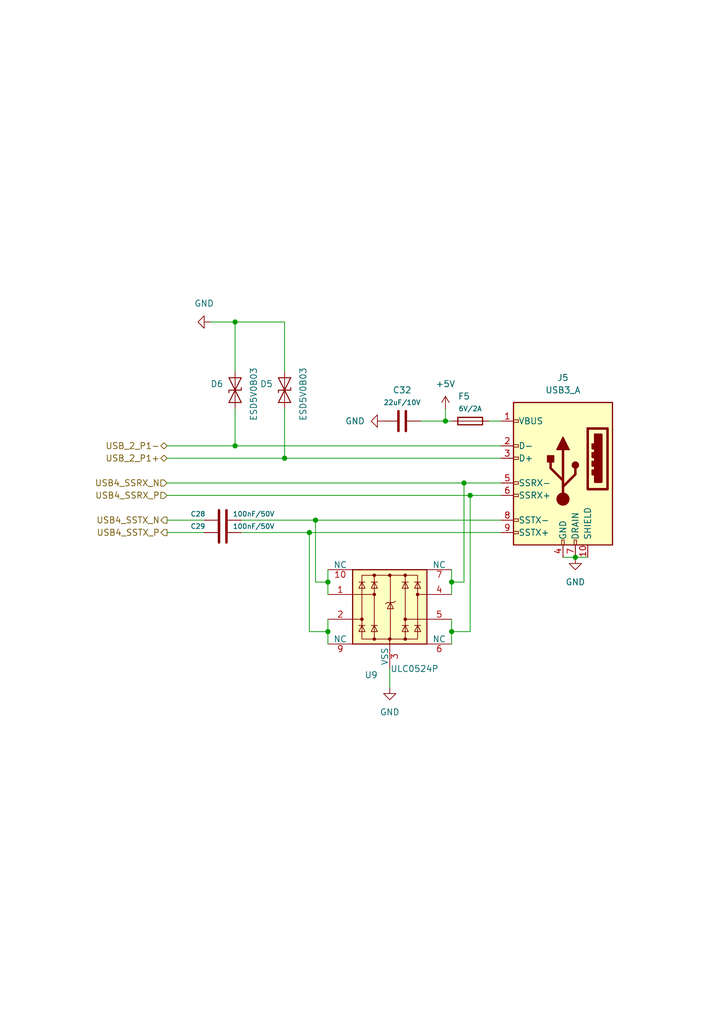
<source format=kicad_sch>
(kicad_sch (version 20250114) (generator "eeschema") (generator_version "9.0")
  (paper "A5" portrait)
  (lib_symbols
    (symbol "Connector:USB3_A" (pin_names (offset 1.016))
      (property "Reference" "J" (at -10.16 15.24 0))
      (property "Value" "USB3_A" (at 10.16 15.24 0))
      (symbol "USB3_A_0_0"
        (rectangle (start -9.144 8.636) (end -5.08 -3.81) (stroke (width 0.508)))
        (rectangle (start -7.874 7.366) (end -6.604 -2.286) (stroke (width 0.508)) (fill (type outline)))
        (rectangle (start -6.35 5.334) (end -6.096 4.572) (stroke (width 0.508)))
        (rectangle (start -6.35 3.556) (end -6.096 2.794) (stroke (width 0.508)))
        (rectangle (start -6.35 1.778) (end -6.096 1.016) (stroke (width 0.508)))
        (rectangle (start -6.35 0) (end -6.096 -0.762) (stroke (width 0.508)))
        (rectangle (start -2.794 -15.24) (end -2.286 -14.224))
        (rectangle (start -0.254 -15.24) (end 0.254 -14.224))
        (rectangle (start 10.16 10.414) (end 9.144 9.906))
        (rectangle (start 10.16 5.334) (end 9.144 4.826))
        (rectangle (start 10.16 2.794) (end 9.144 2.286))
        (rectangle (start 10.16 -2.286) (end 9.144 -2.794))
        (rectangle (start 10.16 -4.826) (end 9.144 -5.334))
        (rectangle (start 10.16 -9.906) (end 9.144 -10.414))
        (rectangle (start 10.16 -12.446) (end 9.144 -12.954))
      )
      (symbol "USB3_A_0_1"
        (rectangle (start -10.16 13.97) (end 10.16 -15.24) (stroke (width 0.254)) (fill (type background)))
      )
      (symbol "USB3_A_1_1"
        (circle (center -2.54 1.143) (radius 0.635) (stroke (width 0.254)) (fill (type outline)))
        (polyline (pts (xy -1.27 4.318) (xy 0 6.858) (xy 1.27 4.318) (xy -1.27 4.318)) (stroke (width 0.254)) (fill (type outline)))
        (polyline (pts (xy 0 -2.032) (xy 2.54 0.508) (xy 2.54 1.778)) (stroke (width 0.508)))
        (polyline (pts (xy 0 -3.302) (xy -2.54 -0.762) (xy -2.54 0.508)) (stroke (width 0.508)))
        (polyline (pts (xy 0 -5.842) (xy 0 4.318)) (stroke (width 0.508)))
        (circle (center 0 -5.842) (radius 1.27) (fill (type outline)))
        (rectangle (start 1.905 1.778) (end 3.175 3.048) (stroke (width 0.254)) (fill (type outline)))
        (pin passive line (at -5.08 -17.78 90) (length 2.54) (name "SHIELD") (number "10"))
        (pin passive line (at -2.54 -17.78 90) (length 2.54) (name "DRAIN") (number "7"))
        (pin power_in line (at 0 -17.78 90) (length 2.54) (name "GND") (number "4"))
        (pin power_in line (at 12.7 10.16 180) (length 2.54) (name "VBUS") (number "1"))
        (pin bidirectional line (at 12.7 5.08 180) (length 2.54) (name "D-") (number "2"))
        (pin bidirectional line (at 12.7 2.54 180) (length 2.54) (name "D+") (number "3"))
        (pin output line (at 12.7 -2.54 180) (length 2.54) (name "SSRX-") (number "5"))
        (pin output line (at 12.7 -5.08 180) (length 2.54) (name "SSRX+") (number "6"))
        (pin input line (at 12.7 -10.16 180) (length 2.54) (name "SSTX-") (number "8"))
        (pin input line (at 12.7 -12.7 180) (length 2.54) (name "SSTX+") (number "9"))
      )
    )
    (symbol "Device:C" (pin_numbers (hide yes)) (pin_names (offset 0.254))
      (property "Reference" "C" (at 0.635 2.54 0))
      (property "Value" "C" (at 0.635 -2.54 0))
      (symbol "C_0_1"
        (polyline (pts (xy -2.032 0.762) (xy 2.032 0.762)) (stroke (width 0.508)))
        (polyline (pts (xy -2.032 -0.762) (xy 2.032 -0.762)) (stroke (width 0.508)))
      )
      (symbol "C_1_1"
        (pin passive line (at 0 3.81 270) (length 2.794) (name "~") (number "1"))
        (pin passive line (at 0 -3.81 90) (length 2.794) (name "~") (number "2"))
      )
    )
    (symbol "Device:Fuse" (pin_numbers (hide yes)) (pin_names (offset 0))
      (property "Reference" "F" (at 2.032 0 90))
      (property "Value" "Fuse" (at -1.905 0 90))
      (symbol "Fuse_0_1"
        (rectangle (start -0.762 -2.54) (end 0.762 2.54) (stroke (width 0.254)))
        (polyline (pts (xy 0 2.54) (xy 0 -2.54)))
      )
      (symbol "Fuse_1_1"
        (pin passive line (at 0 3.81 270) (length 1.27) (name "~") (number "1"))
        (pin passive line (at 0 -3.81 90) (length 1.27) (name "~") (number "2"))
      )
    )
    (symbol "Diode:ESD9B5.0ST5G" (pin_numbers (hide yes)) (pin_names (offset 1.016) (hide yes))
      (property "Reference" "D" (at 0 2.54 0))
      (property "Value" "ESD9B5.0ST5G" (at 0 -2.54 0))
      (symbol "ESD9B5.0ST5G_0_1"
        (polyline (pts (xy -2.54 -1.27) (xy 0 0) (xy -2.54 1.27) (xy -2.54 -1.27)) (stroke (width 0.2032)))
        (polyline (pts (xy 0.508 1.27) (xy 0 1.27) (xy 0 -1.27) (xy -0.508 -1.27)) (stroke (width 0.2032)))
        (polyline (pts (xy 1.27 0) (xy -1.27 0)))
        (polyline (pts (xy 2.54 1.27) (xy 2.54 -1.27) (xy 0 0) (xy 2.54 1.27)) (stroke (width 0.2032)))
      )
      (symbol "ESD9B5.0ST5G_1_1"
        (pin passive line (at -3.81 0 0) (length 2.54) (name "A1") (number "1"))
        (pin passive line (at 3.81 0 180) (length 2.54) (name "A2") (number "2"))
      )
    )
    (symbol "Power_Protection:D3V3XA4B10LP" (pin_names (offset 0))
      (property "Reference" "U" (at -0.635 8.89 0))
      (property "Value" "D3V3XA4B10LP" (at 8.89 -10.16 0))
      (symbol "D3V3XA4B10LP_0_0"
        (rectangle (start -5.715 6.477) (end 5.715 -6.604))
        (polyline (pts (xy -3.175 -6.604) (xy -3.175 6.477)))
        (polyline (pts (xy 0.127 6.477) (xy 0.127 -6.604)))
        (polyline (pts (xy 3.175 6.477) (xy 3.175 -6.604)))
      )
      (symbol "D3V3XA4B10LP_0_1"
        (polyline (pts (xy -7.747 2.54) (xy -3.175 2.54)))
        (rectangle (start -7.62 7.62) (end 7.62 -7.62) (stroke (width 0.254)) (fill (type background)))
        (polyline (pts (xy -7.62 -2.54) (xy -5.715 -2.54)))
        (circle (center -5.715 -2.54) (radius 0.2794) (fill (type outline)))
        (polyline (pts (xy -5.08 5.08) (xy -6.35 5.08)))
        (polyline (pts (xy -5.08 3.81) (xy -6.35 3.81) (xy -5.715 5.08) (xy -5.08 3.81)))
        (polyline (pts (xy -5.08 -3.81) (xy -6.35 -3.81)))
        (polyline (pts (xy -5.08 -5.08) (xy -6.35 -5.08) (xy -5.715 -3.81) (xy -5.08 -5.08)))
        (circle (center -3.175 6.477) (radius 0.2794) (fill (type outline)))
        (circle (center -3.175 2.54) (radius 0.2794) (fill (type outline)))
        (circle (center -3.175 -6.604) (radius 0.2794) (fill (type outline)))
        (polyline (pts (xy -2.54 5.08) (xy -3.81 5.08)))
        (polyline (pts (xy -2.54 3.81) (xy -3.81 3.81) (xy -3.175 5.08) (xy -2.54 3.81)))
        (polyline (pts (xy -2.54 -3.81) (xy -3.81 -3.81)))
        (polyline (pts (xy -2.54 -5.08) (xy -3.81 -5.08) (xy -3.175 -3.81) (xy -2.54 -5.08)))
        (polyline (pts (xy -0.508 0.889) (xy -0.889 0.635)))
        (circle (center 0 6.477) (radius 0.2794) (fill (type outline)))
        (polyline (pts (xy 0 -6.604) (xy 0 -7.62)))
        (circle (center 0 -6.604) (radius 0.2794) (fill (type outline)))
        (polyline (pts (xy 0.762 0.889) (xy -0.508 0.889)))
        (polyline (pts (xy 0.762 0.889) (xy 1.143 1.143)))
        (polyline (pts (xy 0.762 -0.381) (xy -0.508 -0.381) (xy 0.127 0.889) (xy 0.762 -0.381)))
        (circle (center 3.175 6.477) (radius 0.2794) (fill (type outline)))
        (circle (center 3.175 -2.54) (radius 0.2794) (fill (type outline)))
        (circle (center 3.175 -6.604) (radius 0.2794) (fill (type outline)))
        (polyline (pts (xy 3.81 5.08) (xy 2.54 5.08)))
        (polyline (pts (xy 3.81 3.81) (xy 2.54 3.81) (xy 3.175 5.08) (xy 3.81 3.81)))
        (polyline (pts (xy 3.81 -3.81) (xy 2.54 -3.81)))
        (polyline (pts (xy 3.81 -5.08) (xy 2.54 -5.08) (xy 3.175 -3.81) (xy 3.81 -5.08)))
        (circle (center 5.715 2.54) (radius 0.2794) (fill (type outline)))
        (polyline (pts (xy 6.35 5.08) (xy 5.08 5.08)))
        (polyline (pts (xy 6.35 3.81) (xy 5.08 3.81) (xy 5.715 5.08) (xy 6.35 3.81)))
        (polyline (pts (xy 6.35 -3.81) (xy 5.08 -3.81)))
        (polyline (pts (xy 6.35 -5.08) (xy 5.08 -5.08) (xy 5.715 -3.81) (xy 6.35 -5.08)))
        (polyline (pts (xy 7.62 2.54) (xy 5.715 2.54)))
        (polyline (pts (xy 7.62 -2.54) (xy 3.175 -2.54)))
      )
      (symbol "D3V3XA4B10LP_1_1"
        (pin free line (at -12.7 7.62 0) (length 5.08) (name "NC") (number "10"))
        (pin passive line (at -12.7 2.54 0) (length 5.08) (name "~") (number "1"))
        (pin passive line (at -12.7 -2.54 0) (length 5.08) (name "~") (number "2"))
        (pin free line (at -12.7 -7.62 0) (length 5.08) (name "NC") (number "9"))
        (pin power_in line (at 0 -12.7 90) (length 5.08) (name "VSS") (number "3"))
        (pin passive line (at 0 -12.7 90) (length 5.08) (hide yes) (name "VSS") (number "8"))
        (pin free line (at 12.7 7.62 180) (length 5.08) (name "NC") (number "7"))
        (pin passive line (at 12.7 2.54 180) (length 5.08) (name "~") (number "4"))
        (pin passive line (at 12.7 -2.54 180) (length 5.08) (name "~") (number "5"))
        (pin free line (at 12.7 -7.62 180) (length 5.08) (name "NC") (number "6"))
      )
    )
    (symbol "power:+5V" (power) (pin_numbers (hide yes)) (pin_names (offset 0) (hide yes))
      (property "Value" "+5V" (at 0 3.556 0))
      (symbol "+5V_0_1"
        (polyline (pts (xy -0.762 1.27) (xy 0 2.54)))
        (polyline (pts (xy 0 2.54) (xy 0.762 1.27)))
        (polyline (pts (xy 0 0) (xy 0 2.54)))
      )
      (symbol "+5V_1_1"
        (pin power_in line (at 0 0 90) (length 0) (name "~") (number "1"))
      )
    )
    (symbol "power:GND" (power) (pin_numbers (hide yes)) (pin_names (offset 0) (hide yes))
      (property "Value" "GND" (at 0 -3.81 0))
      (symbol "GND_0_1"
        (polyline (pts (xy 0 0) (xy 0 -1.27) (xy 1.27 -1.27) (xy 0 -2.54) (xy -1.27 -1.27) (xy 0 -1.27)))
      )
      (symbol "GND_1_1"
        (pin power_in line (at 0 0 270) (length 0) (name "~") (number "1"))
      )
    )
  )
  (junction (at 96.52 101.6))
  (junction (at 63.5 109.22))
  (junction (at 118.11 114.3))
  (junction (at 91.44 86.36))
  (junction (at 64.77 106.68))
  (junction (at 48.26 91.44))
  (junction (at 95.25 99.06))
  (junction (at 67.31 119.38))
  (junction (at 67.31 129.54))
  (junction (at 48.26 66.04))
  (junction (at 58.42 93.98))
  (junction (at 92.71 129.54))
  (junction (at 92.71 119.38))
  (wire (pts (xy 64.77 119.38) (xy 64.77 106.68)))
  (wire (pts (xy 91.44 86.36) (xy 92.71 86.36)))
  (wire (pts (xy 67.31 129.54) (xy 67.31 132.08)))
  (wire (pts (xy 34.29 99.06) (xy 95.25 99.06)))
  (wire (pts (xy 95.25 99.06) (xy 102.87 99.06)))
  (wire (pts (xy 48.26 66.04) (xy 58.42 66.04)))
  (wire (pts (xy 49.53 106.68) (xy 64.77 106.68)))
  (wire (pts (xy 48.26 83.82) (xy 48.26 91.44)))
  (wire (pts (xy 48.26 76.2) (xy 48.26 66.04)))
  (wire (pts (xy 34.29 101.6) (xy 96.52 101.6)))
  (wire (pts (xy 58.42 83.82) (xy 58.42 93.98)))
  (wire (pts (xy 58.42 93.98) (xy 102.87 93.98)))
  (wire (pts (xy 92.71 119.38) (xy 92.71 121.92)))
  (wire (pts (xy 100.33 86.36) (xy 102.87 86.36)))
  (wire (pts (xy 96.52 129.54) (xy 96.52 101.6)))
  (wire (pts (xy 63.5 129.54) (xy 63.5 109.22)))
  (wire (pts (xy 64.77 106.68) (xy 102.87 106.68)))
  (wire (pts (xy 92.71 116.84) (xy 92.71 119.38)))
  (wire (pts (xy 67.31 129.54) (xy 63.5 129.54)))
  (wire (pts (xy 96.52 101.6) (xy 102.87 101.6)))
  (wire (pts (xy 115.57 114.3) (xy 118.11 114.3)))
  (wire (pts (xy 92.71 129.54) (xy 92.71 132.08)))
  (wire (pts (xy 80.01 137.16) (xy 80.01 140.97)))
  (wire (pts (xy 92.71 129.54) (xy 96.52 129.54)))
  (wire (pts (xy 34.29 109.22) (xy 41.91 109.22)))
  (wire (pts (xy 91.44 86.36) (xy 86.36 86.36)))
  (wire (pts (xy 67.31 119.38) (xy 64.77 119.38)))
  (wire (pts (xy 34.29 91.44) (xy 48.26 91.44)))
  (wire (pts (xy 34.29 93.98) (xy 58.42 93.98)))
  (wire (pts (xy 43.18 66.04) (xy 48.26 66.04)))
  (wire (pts (xy 48.26 91.44) (xy 102.87 91.44)))
  (wire (pts (xy 34.29 106.68) (xy 41.91 106.68)))
  (wire (pts (xy 67.31 116.84) (xy 67.31 119.38)))
  (wire (pts (xy 92.71 119.38) (xy 95.25 119.38)))
  (wire (pts (xy 58.42 66.04) (xy 58.42 76.2)))
  (wire (pts (xy 67.31 127) (xy 67.31 129.54)))
  (wire (pts (xy 49.53 109.22) (xy 63.5 109.22)))
  (wire (pts (xy 67.31 119.38) (xy 67.31 121.92)))
  (wire (pts (xy 95.25 119.38) (xy 95.25 99.06)))
  (wire (pts (xy 92.71 127) (xy 92.71 129.54)))
  (wire (pts (xy 63.5 109.22) (xy 102.87 109.22)))
  (wire (pts (xy 118.11 114.3) (xy 120.65 114.3)))
  (wire (pts (xy 91.44 83.82) (xy 91.44 86.36)))
  (hierarchical_label "USB_2_P1-" (shape bidirectional) (at 34.29 91.44 180))
  (hierarchical_label "USB_2_P1+" (shape bidirectional) (at 34.29 93.98 180))
  (hierarchical_label "USB4_SSRX_P" (shape input) (at 34.29 101.6 180))
  (hierarchical_label "USB4_SSTX_N" (shape output) (at 34.29 106.68 180))
  (hierarchical_label "USB4_SSRX_N" (shape input) (at 34.29 99.06 180))
  (hierarchical_label "USB4_SSTX_P" (shape output) (at 34.29 109.22 180))
  (symbol (lib_id "Diode:ESD9B5.0ST5G") (at 48.26 80.01 90) (mirror x) (unit 1)
    (property "Reference" "D6" (at 43.18 78.74 90) (effects (justify right)))
    (property "Value" "ESD5V0B03" (at 52.07 86.36 0) (effects (justify right)))
    (property "Footprint" "A_HDJ_Library:D_0402_1005Metric" (effects (hide yes)))
    (property "Datasheet" "https://www.onsemi.com/pub/Collateral/ESD9B-D.PDF" (effects (hide yes)))
    (property "SCH_Show_Footprint" "D0402" (effects (hide yes)))
  )
  (symbol (lib_id "power:GND") (at 80.01 140.97 0) (unit 1)
    (property "Reference" "#PWR033" (effects (hide yes)))
    (property "Value" "GND" (at 80.01 146.05 0))
  )
  (symbol (lib_id "Connector:USB3_A") (at 115.57 96.52 0) (mirror y) (unit 1)
    (property "Reference" "J5" (at 115.57 77.47 0))
    (property "Value" "USB3_A" (at 115.57 80.01 0))
    (property "Footprint" "Connector_USB:USB3_A_Molex_48393-001" (effects (hide yes)))
    (property "Description" "USB 3.0 A connector" (effects (hide yes)))
  )
  (symbol (lib_id "Power_Protection:D3V3XA4B10LP") (at 80.01 124.46 0) (unit 1)
    (property "Reference" "U9" (at 76.2 138.43 0))
    (property "Value" "ULC0524P" (at 85.09 137.16 0))
    (property "Footprint" "A_HDJ_Library:Diodes_UDFN-10_1.0x2.5mm_P0.5mm" (effects (hide yes)))
    (property "Datasheet" "https://www.diodes.com/assets/Datasheets/D3V3XA4B10LP.pdf" (effects (hide yes)))
  )
  (symbol (lib_id "power:GND") (at 118.11 114.3 0) (unit 1)
    (property "Reference" "#PWR044" (effects (hide yes)))
    (property "Value" "GND" (at 118.11 119.38 0))
  )
  (symbol (lib_id "power:GND") (at 43.18 66.04 270) (mirror x) (unit 1)
    (property "Reference" "#PWR032" (effects (hide yes)))
    (property "Value" "GND" (at 41.91 62.23 90))
  )
  (symbol (lib_id "power:+5V") (at 91.44 83.82 0) (unit 1)
    (property "Reference" "#PWR040" (effects (hide yes)))
    (property "Value" "+5V" (at 91.44 78.74 0))
  )
  (symbol (lib_id "Device:C") (at 45.72 106.68 90) (unit 1)
    (property "Reference" "C28" (at 40.64 105.41 90) (effects (font (size 1 1))))
    (property "Value" "100nF/50V" (at 52.07 105.41 90) (effects (font (size 1 1))))
    (property "Footprint" "A_HDJ_Library:C_0402_1005Metric" (effects (hide yes)))
    (property "SCH_Show_Footprint" "C0402" (effects (hide yes)))
  )
  (symbol (lib_id "Device:C") (at 82.55 86.36 90) (unit 1)
    (property "Reference" "C32" (at 82.55 80.01 90))
    (property "Value" "22uF/10V" (at 82.55 82.55 90) (effects (font (size 1 1))))
    (property "Footprint" "A_HDJ_Library:C_0603_1608Metric" (effects (hide yes)))
    (property "SCH_Show_Footprint" "C603" (effects (hide yes)))
  )
  (symbol (lib_id "Device:C") (at 45.72 109.22 90) (unit 1)
    (property "Reference" "C29" (at 40.64 107.95 90) (effects (font (size 1 1))))
    (property "Value" "100nF/50V" (at 52.07 107.95 90) (effects (font (size 1 1))))
    (property "Footprint" "A_HDJ_Library:C_0402_1005Metric" (effects (hide yes)))
    (property "SCH_Show_Footprint" "C0402" (effects (hide yes)))
  )
  (symbol (lib_id "Diode:ESD9B5.0ST5G") (at 58.42 80.01 90) (mirror x) (unit 1)
    (property "Reference" "D5" (at 53.34 78.74 90) (effects (justify right)))
    (property "Value" "ESD5V0B03" (at 62.23 86.36 0) (effects (justify right)))
    (property "Footprint" "A_HDJ_Library:D_0402_1005Metric" (effects (hide yes)))
    (property "Datasheet" "https://www.onsemi.com/pub/Collateral/ESD9B-D.PDF" (effects (hide yes)))
    (property "SCH_Show_Footprint" "D0402" (effects (hide yes)))
  )
  (symbol (lib_id "power:GND") (at 78.74 86.36 270) (unit 1)
    (property "Reference" "#PWR037" (effects (hide yes)))
    (property "Value" "GND" (at 74.93 86.36 90) (effects (justify right)))
  )
  (symbol (lib_id "Device:Fuse") (at 96.52 86.36 90) (unit 1)
    (property "Reference" "F5" (at 95.25 81.28 90))
    (property "Value" "6V/2A" (at 96.52 83.82 90) (effects (font (size 1 1))))
    (property "Footprint" "A_HDJ_Library:Fuse_0805_2012Metric" (effects (hide yes)))
    (property "SCH_Show_Footprint" "R0805" (effects (hide yes)))
  )
)
</source>
